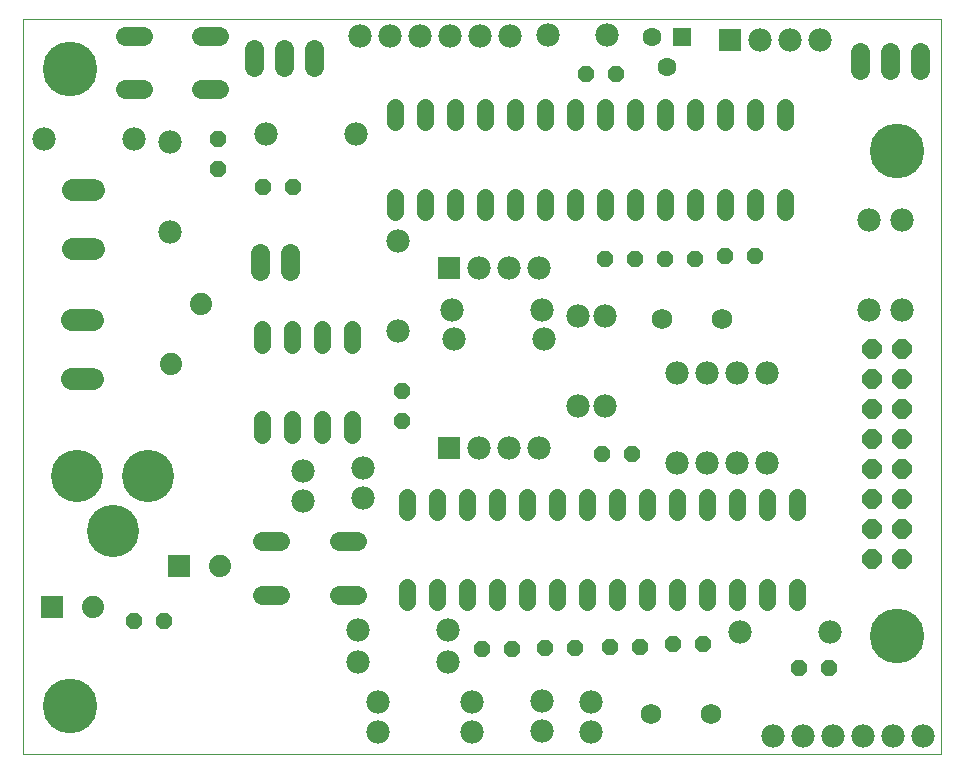
<source format=gbs>
G75*
%MOIN*%
%OFA0B0*%
%FSLAX25Y25*%
%IPPOS*%
%LPD*%
%AMOC8*
5,1,8,0,0,1.08239X$1,22.5*
%
%ADD10C,0.00000*%
%ADD11OC8,0.05600*%
%ADD12C,0.07800*%
%ADD13OC8,0.06400*%
%ADD14C,0.17400*%
%ADD15C,0.06400*%
%ADD16C,0.05600*%
%ADD17C,0.06900*%
%ADD18C,0.07450*%
%ADD19R,0.06300X0.06300*%
%ADD20C,0.06300*%
%ADD21R,0.07800X0.07800*%
%ADD22C,0.07400*%
%ADD23R,0.07400X0.07400*%
%ADD24C,0.06337*%
%ADD25C,0.18180*%
D10*
X0017181Y0006628D02*
X0017181Y0251628D01*
X0323181Y0251628D01*
X0323181Y0006628D01*
X0017181Y0006628D01*
D11*
X0054063Y0050982D03*
X0064063Y0050982D03*
X0143528Y0117652D03*
X0143528Y0127652D03*
X0210181Y0106628D03*
X0220181Y0106628D03*
X0233981Y0043228D03*
X0243981Y0043228D03*
X0222981Y0042228D03*
X0212981Y0042228D03*
X0201281Y0041928D03*
X0191281Y0041928D03*
X0180181Y0041628D03*
X0170181Y0041628D03*
X0275981Y0035228D03*
X0285981Y0035228D03*
X0241181Y0171628D03*
X0231181Y0171628D03*
X0221181Y0171628D03*
X0211181Y0171628D03*
X0251181Y0172628D03*
X0261181Y0172628D03*
X0214881Y0233128D03*
X0204881Y0233128D03*
X0107181Y0195628D03*
X0097181Y0195628D03*
X0082181Y0201628D03*
X0082181Y0211628D03*
D12*
X0098124Y0213203D03*
X0128124Y0213203D03*
X0129378Y0245778D03*
X0139378Y0245778D03*
X0149378Y0245778D03*
X0159378Y0245778D03*
X0169378Y0245778D03*
X0179378Y0245778D03*
X0192291Y0246202D03*
X0211976Y0246202D03*
X0262781Y0244628D03*
X0272781Y0244628D03*
X0282781Y0244628D03*
X0299181Y0184628D03*
X0310181Y0184628D03*
X0310181Y0154628D03*
X0299181Y0154628D03*
X0265181Y0133628D03*
X0255181Y0133628D03*
X0245181Y0133628D03*
X0235181Y0133628D03*
X0211181Y0122628D03*
X0202181Y0122628D03*
X0189181Y0108628D03*
X0179181Y0108628D03*
X0169181Y0108628D03*
X0130477Y0101933D03*
X0130477Y0091933D03*
X0110469Y0090965D03*
X0110469Y0100965D03*
X0160717Y0144778D03*
X0160205Y0154628D03*
X0169181Y0168628D03*
X0179181Y0168628D03*
X0189181Y0168628D03*
X0190205Y0154628D03*
X0190717Y0144778D03*
X0202181Y0152628D03*
X0211181Y0152628D03*
X0235181Y0103628D03*
X0245181Y0103628D03*
X0255181Y0103628D03*
X0265181Y0103628D03*
X0256299Y0047250D03*
X0286299Y0047250D03*
X0287181Y0012628D03*
X0277181Y0012628D03*
X0267181Y0012628D03*
X0297181Y0012628D03*
X0307181Y0012628D03*
X0317181Y0012628D03*
X0206369Y0013948D03*
X0206369Y0023948D03*
X0190083Y0024019D03*
X0190083Y0014019D03*
X0167000Y0013746D03*
X0167000Y0023746D03*
X0158717Y0037187D03*
X0158764Y0047990D03*
X0128764Y0047990D03*
X0128717Y0037187D03*
X0135362Y0023778D03*
X0135362Y0013778D03*
X0142181Y0147628D03*
X0142181Y0177628D03*
X0066181Y0180628D03*
X0066181Y0210628D03*
X0054181Y0211628D03*
X0024181Y0211628D03*
D13*
X0300181Y0141628D03*
X0310181Y0141628D03*
X0310181Y0131628D03*
X0300181Y0131628D03*
X0300181Y0121628D03*
X0300181Y0111628D03*
X0310181Y0111628D03*
X0310181Y0121628D03*
X0310181Y0101628D03*
X0300181Y0101628D03*
X0300181Y0091628D03*
X0310181Y0091628D03*
X0310181Y0081628D03*
X0300181Y0081628D03*
X0300181Y0071628D03*
X0310181Y0071628D03*
D14*
X0058937Y0099219D03*
X0047126Y0080715D03*
X0035315Y0099219D03*
D15*
X0096909Y0077434D02*
X0102909Y0077434D01*
X0122509Y0077434D02*
X0128509Y0077434D01*
X0128509Y0059634D02*
X0122509Y0059634D01*
X0102909Y0059634D02*
X0096909Y0059634D01*
X0082666Y0228090D02*
X0076666Y0228090D01*
X0057066Y0228090D02*
X0051066Y0228090D01*
X0051066Y0245890D02*
X0057066Y0245890D01*
X0076666Y0245890D02*
X0082666Y0245890D01*
D16*
X0141181Y0222228D02*
X0141181Y0217028D01*
X0151181Y0217028D02*
X0151181Y0222228D01*
X0161181Y0222228D02*
X0161181Y0217028D01*
X0171181Y0217028D02*
X0171181Y0222228D01*
X0181181Y0222228D02*
X0181181Y0217028D01*
X0191181Y0217028D02*
X0191181Y0222228D01*
X0201181Y0222228D02*
X0201181Y0217028D01*
X0211181Y0217028D02*
X0211181Y0222228D01*
X0221181Y0222228D02*
X0221181Y0217028D01*
X0231181Y0217028D02*
X0231181Y0222228D01*
X0241181Y0222228D02*
X0241181Y0217028D01*
X0251181Y0217028D02*
X0251181Y0222228D01*
X0261181Y0222228D02*
X0261181Y0217028D01*
X0271181Y0217028D02*
X0271181Y0222228D01*
X0271181Y0192228D02*
X0271181Y0187028D01*
X0261181Y0187028D02*
X0261181Y0192228D01*
X0251181Y0192228D02*
X0251181Y0187028D01*
X0241181Y0187028D02*
X0241181Y0192228D01*
X0231181Y0192228D02*
X0231181Y0187028D01*
X0221181Y0187028D02*
X0221181Y0192228D01*
X0211181Y0192228D02*
X0211181Y0187028D01*
X0201181Y0187028D02*
X0201181Y0192228D01*
X0191181Y0192228D02*
X0191181Y0187028D01*
X0181181Y0187028D02*
X0181181Y0192228D01*
X0171181Y0192228D02*
X0171181Y0187028D01*
X0161181Y0187028D02*
X0161181Y0192228D01*
X0151181Y0192228D02*
X0151181Y0187028D01*
X0141181Y0187028D02*
X0141181Y0192228D01*
X0126803Y0148063D02*
X0126803Y0142863D01*
X0116803Y0142863D02*
X0116803Y0148063D01*
X0106803Y0148063D02*
X0106803Y0142863D01*
X0096803Y0142863D02*
X0096803Y0148063D01*
X0096803Y0118063D02*
X0096803Y0112863D01*
X0106803Y0112863D02*
X0106803Y0118063D01*
X0116803Y0118063D02*
X0116803Y0112863D01*
X0126803Y0112863D02*
X0126803Y0118063D01*
X0145181Y0092228D02*
X0145181Y0087028D01*
X0155181Y0087028D02*
X0155181Y0092228D01*
X0165181Y0092228D02*
X0165181Y0087028D01*
X0175181Y0087028D02*
X0175181Y0092228D01*
X0185181Y0092228D02*
X0185181Y0087028D01*
X0195181Y0087028D02*
X0195181Y0092228D01*
X0205181Y0092228D02*
X0205181Y0087028D01*
X0215181Y0087028D02*
X0215181Y0092228D01*
X0225181Y0092228D02*
X0225181Y0087028D01*
X0235181Y0087028D02*
X0235181Y0092228D01*
X0245181Y0092228D02*
X0245181Y0087028D01*
X0255181Y0087028D02*
X0255181Y0092228D01*
X0265181Y0092228D02*
X0265181Y0087028D01*
X0275181Y0087028D02*
X0275181Y0092228D01*
X0275181Y0062228D02*
X0275181Y0057028D01*
X0265181Y0057028D02*
X0265181Y0062228D01*
X0255181Y0062228D02*
X0255181Y0057028D01*
X0245181Y0057028D02*
X0245181Y0062228D01*
X0235181Y0062228D02*
X0235181Y0057028D01*
X0225181Y0057028D02*
X0225181Y0062228D01*
X0215181Y0062228D02*
X0215181Y0057028D01*
X0205181Y0057028D02*
X0205181Y0062228D01*
X0195181Y0062228D02*
X0195181Y0057028D01*
X0185181Y0057028D02*
X0185181Y0062228D01*
X0175181Y0062228D02*
X0175181Y0057028D01*
X0165181Y0057028D02*
X0165181Y0062228D01*
X0155181Y0062228D02*
X0155181Y0057028D01*
X0145181Y0057028D02*
X0145181Y0062228D01*
D17*
X0226481Y0019828D03*
X0246481Y0019828D03*
X0250181Y0151628D03*
X0230181Y0151628D03*
D18*
X0040556Y0151037D02*
X0033506Y0151037D01*
X0033506Y0131352D02*
X0040556Y0131352D01*
X0040950Y0174778D02*
X0033900Y0174778D01*
X0033900Y0194463D02*
X0040950Y0194463D01*
D19*
X0236715Y0245427D03*
D20*
X0226715Y0245427D03*
X0231715Y0235427D03*
D21*
X0252781Y0244628D03*
X0159181Y0168628D03*
X0159181Y0108628D03*
D22*
X0083005Y0069261D03*
X0040550Y0055659D03*
X0066661Y0136384D03*
X0076661Y0156384D03*
D23*
X0069225Y0069261D03*
X0026770Y0055659D03*
D24*
X0096181Y0167659D02*
X0096181Y0173596D01*
X0106181Y0173596D02*
X0106181Y0167659D01*
X0104181Y0235659D02*
X0104181Y0241596D01*
X0094181Y0241596D02*
X0094181Y0235659D01*
X0114181Y0235659D02*
X0114181Y0241596D01*
X0296181Y0240596D02*
X0296181Y0234659D01*
X0306181Y0234659D02*
X0306181Y0240596D01*
X0316181Y0240596D02*
X0316181Y0234659D01*
D25*
X0308520Y0207415D03*
X0308520Y0045998D03*
X0032929Y0022376D03*
X0032929Y0234974D03*
M02*

</source>
